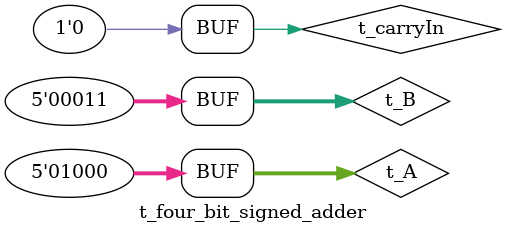
<source format=v>
module t_four_bit_signed_adder;                            //test module named t_four_bit_signed_adder

wire [3:0]t_s;                                              // local output are 4 bit t_s, and all zero, negative, overflow and carry Flags. 8083    
wire t_zeroFlag, t_negFlag, t_overflowFlag, t_carryFlag;    
reg t_carryIn;                                               //local inputs include t_carryIn , 5 bit And B. MSB as A[4] and B[4] . 8038
reg [4:0]t_A,t_B;


//Roll no 190108038 , last and second last numbers are 8(01000) and 3(00011).   8038
four_bit_signed_Adder uut(t_s, t_zeroFlag, t_negFlag, t_overflowFlag, t_carryFlag, t_carryIn, t_A, t_B);   // unit under test is four_bit_signed_Adder . 8038

initial begin                             // start of test block
    t_carryIn = 1'b0;                     // at t=0, carry_In is given a value of 0 in binary.  8038  
    t_A = 5'd8;                           // at t=0, A is given a value of 8 in decimal, (5bit) 
    t_B = 5'd3;                           // at t=0, B is given a value of 3 in decimal, (5bit)
    
end                                        // end of test block

initial begin                               // start of test block for monitor

    $monitor("time = %t    5bit input A =  %b     5bit input B =  %b     4bit sum s =  %b     negFlag = %b     carryFlag = %b     overflowFlag = %b     zeroFlag =  %b ", $time, t_A, t_B, t_s, t_negFlag, t_carryFlag, t_overflowFlag, t_zeroFlag); // monitor changes in all outputs. with time . 8038

end                                         // end of test block


endmodule                                   // end of module t_four_bit_signed_adder 8038

</source>
